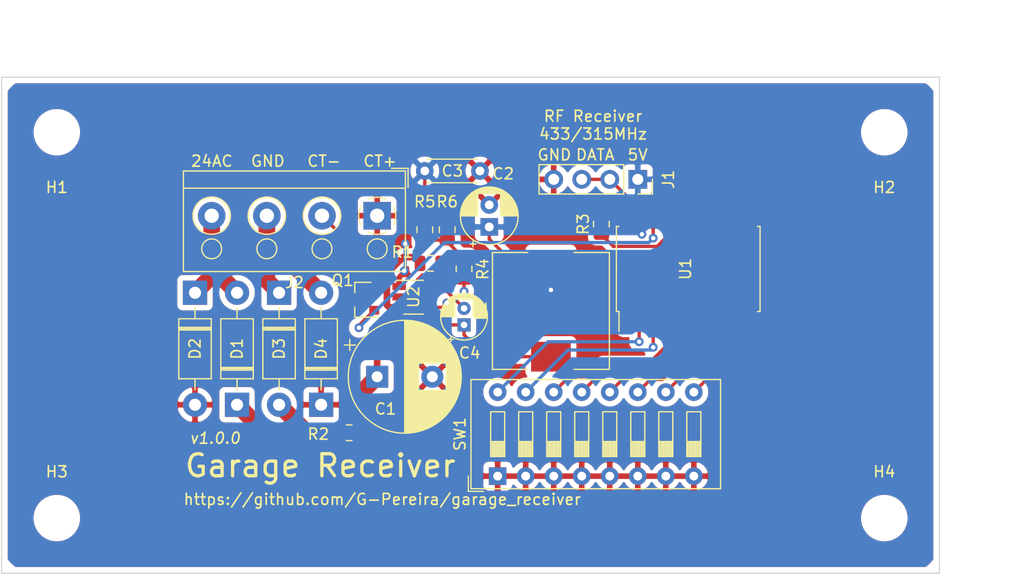
<source format=kicad_pcb>
(kicad_pcb (version 20171130) (host pcbnew 5.1.2)
  (layers (0 F.Cu signal) (31 B.Cu signal) (34 B.Paste user) (35 F.Paste user) (36 B.SilkS user) (37 F.SilkS user) (38 B.Mask user) (39 F.Mask user) (44 Edge.Cuts user))
  (net 0 "")
  (net 1 GND)
  (net 2 +12V)
  (net 3 +5V)
  (net 4 "Net-(C4-Pad2)")
  (net 5 "Net-(C4-Pad1)")
  (net 6 VAC)
  (net 7 "Net-(D1-Pad1)")
  (net 8 GNDPWR)
  (net 9 /rf_data)
  (net 10 /door_control1)
  (net 11 /open)
  (net 12 "Net-(R1-Pad2)")
  (net 13 "Net-(R3-Pad2)")
  (net 14 "Net-(R3-Pad1)")
  (net 15 "Net-(R4-Pad2)")
  (net 16 "Net-(R4-Pad1)")
  (net 17 "Net-(SW1-Pad16)")
  (net 18 "Net-(SW1-Pad15)")
  (net 19 "Net-(SW1-Pad14)")
  (net 20 "Net-(SW1-Pad13)")
  (net 21 "Net-(SW1-Pad12)")
  (net 22 "Net-(SW1-Pad11)")
  (net 23 "Net-(SW1-Pad10)")
  (net 24 "Net-(SW1-Pad9)")
  (net 25 "Net-(U1-Pad20)")
  (net 26 "Net-(U1-Pad14)")
  (net 27 "Net-(U1-Pad13)")
  (net 28 "Net-(U1-Pad12)")
  (net 29 "Net-(U1-Pad11)")
  (net 30 "Net-(U1-Pad1)")
  (module MountingHole:MountingHole_3.2mm_M3 (layer F.Cu) (at 253.482 117.216)
    (fp_text reference H4 (at 0 -4.2) (layer F.SilkS))
    (fp_text value MountingHole)
    (pad 1 np_thru_hole circle (at 0 0) (size 3.2 3.2) (drill 3.2) (layers *.Cu *.Mask))
  )
  (module MountingHole:MountingHole_3.2mm_M3 (layer F.Cu) (at 178.482 117.216)
    (fp_text reference H3 (at 0 -4.2) (layer F.SilkS))
    (fp_text value MountingHole)
    (pad 1 np_thru_hole circle (at 0 0) (size 3.2 3.2) (drill 3.2) (layers *.Cu *.Mask))
  )
  (module MountingHole:MountingHole_3.2mm_M3 (layer F.Cu) (at 253.482 82.216)
    (fp_text reference H2 (at 0 5) (layer F.SilkS))
    (fp_text value MountingHole)
    (pad 1 np_thru_hole circle (at 0 0) (size 3.2 3.2) (drill 3.2) (layers *.Cu *.Mask))
  )
  (module MountingHole:MountingHole_3.2mm_M3 (layer F.Cu) (at 178.482 82.216)
    (fp_text reference H1 (at 0 5) (layer F.SilkS))
    (fp_text value MountingHole)
    (pad 1 np_thru_hole circle (at 0 0) (size 3.2 3.2) (drill 3.2) (layers *.Cu *.Mask))
  )
  (module Resistor_SMD:R_0805_2012Metric (layer F.Cu) (at 212.344 94.107)
    (fp_text reference R1 (at -2.54 -1.016) (layer F.SilkS))
    (fp_text value 100k)
    (pad 2 smd roundrect (at 0.9375 0) (size 0.975 1.4) (layers F.Cu F.Paste F.Mask) (net 12 "Net-(R1-Pad2)"))
    (pad 1 smd roundrect (at -0.9375 0) (size 0.975 1.4) (layers F.Cu F.Paste F.Mask) (net 2 +12V))
  )
  (module Diode_THT:D_DO-41_SOD81_P10.16mm_Horizontal (layer F.Cu) (at 202.438 106.934 90)
    (fp_text reference D4 (at 5.08 0 90) (layer F.SilkS))
    (fp_text value 1N4007)
    (pad 2 thru_hole oval (at 10.16 0 90) (size 2.2 2.2) (drill 1.1) (layers *.Cu *.Mask) (net 8 GNDPWR))
    (pad 1 thru_hole rect (at 0 0 90) (size 2.2 2.2) (drill 1.1) (layers *.Cu *.Mask) (net 1 GND))
  )
  (module Package_SO:SOIC-20W_7.5x12.8mm_P1.27mm (layer F.Cu) (at 235.712 94.615 90)
    (fp_text reference U1 (at 0 -0.254 90) (layer F.SilkS))
    (fp_text value HT12D)
    (pad 20 smd roundrect (at 4.65 -5.715 90) (size 2.05 0.6) (layers F.Cu F.Paste F.Mask) (net 25 "Net-(U1-Pad20)"))
    (pad 19 smd roundrect (at 4.65 -4.445 90) (size 2.05 0.6) (layers F.Cu F.Paste F.Mask) (net 3 +5V))
    (pad 18 smd roundrect (at 4.65 -3.175 90) (size 2.05 0.6) (layers F.Cu F.Paste F.Mask) (net 11 /open))
    (pad 17 smd roundrect (at 4.65 -1.905 90) (size 2.05 0.6) (layers F.Cu F.Paste F.Mask) (net 14 "Net-(R3-Pad1)"))
    (pad 16 smd roundrect (at 4.65 -0.635 90) (size 2.05 0.6) (layers F.Cu F.Paste F.Mask) (net 13 "Net-(R3-Pad2)"))
    (pad 15 smd roundrect (at 4.65 0.635 90) (size 2.05 0.6) (layers F.Cu F.Paste F.Mask) (net 9 /rf_data))
    (pad 14 smd roundrect (at 4.65 1.905 90) (size 2.05 0.6) (layers F.Cu F.Paste F.Mask) (net 26 "Net-(U1-Pad14)"))
    (pad 13 smd roundrect (at 4.65 3.175 90) (size 2.05 0.6) (layers F.Cu F.Paste F.Mask) (net 27 "Net-(U1-Pad13)"))
    (pad 12 smd roundrect (at 4.65 4.445 90) (size 2.05 0.6) (layers F.Cu F.Paste F.Mask) (net 28 "Net-(U1-Pad12)"))
    (pad 11 smd roundrect (at 4.65 5.715 90) (size 2.05 0.6) (layers F.Cu F.Paste F.Mask) (net 29 "Net-(U1-Pad11)"))
    (pad 10 smd roundrect (at -4.65 5.715 90) (size 2.05 0.6) (layers F.Cu F.Paste F.Mask) (net 1 GND))
    (pad 9 smd roundrect (at -4.65 4.445 90) (size 2.05 0.6) (layers F.Cu F.Paste F.Mask) (net 24 "Net-(SW1-Pad9)"))
    (pad 8 smd roundrect (at -4.65 3.175 90) (size 2.05 0.6) (layers F.Cu F.Paste F.Mask) (net 23 "Net-(SW1-Pad10)"))
    (pad 7 smd roundrect (at -4.65 1.905 90) (size 2.05 0.6) (layers F.Cu F.Paste F.Mask) (net 22 "Net-(SW1-Pad11)"))
    (pad 6 smd roundrect (at -4.65 0.635 90) (size 2.05 0.6) (layers F.Cu F.Paste F.Mask) (net 21 "Net-(SW1-Pad12)"))
    (pad 5 smd roundrect (at -4.65 -0.635 90) (size 2.05 0.6) (layers F.Cu F.Paste F.Mask) (net 20 "Net-(SW1-Pad13)"))
    (pad 4 smd roundrect (at -4.65 -1.905 90) (size 2.05 0.6) (layers F.Cu F.Paste F.Mask) (net 19 "Net-(SW1-Pad14)"))
    (pad 3 smd roundrect (at -4.65 -3.175 90) (size 2.05 0.6) (layers F.Cu F.Paste F.Mask) (net 18 "Net-(SW1-Pad15)"))
    (pad 2 smd roundrect (at -4.65 -4.445 90) (size 2.05 0.6) (layers F.Cu F.Paste F.Mask) (net 17 "Net-(SW1-Pad16)"))
    (pad 1 smd roundrect (at -4.65 -5.715 90) (size 2.05 0.6) (layers F.Cu F.Paste F.Mask) (net 30 "Net-(U1-Pad1)"))
  )
  (module Resistor_SMD:R_0805_2012Metric (layer F.Cu) (at 215.392 94.615 270)
    (fp_text reference R4 (at 0.0254 -1.7018 90) (layer F.SilkS))
    (fp_text value 100k)
    (pad 2 smd roundrect (at 0.9375 0 270) (size 0.975 1.4) (layers F.Cu F.Paste F.Mask) (net 15 "Net-(R4-Pad2)"))
    (pad 1 smd roundrect (at -0.9375 0 270) (size 0.975 1.4) (layers F.Cu F.Paste F.Mask) (net 16 "Net-(R4-Pad1)"))
  )
  (module Package_TO_SOT_SMD:TSOT-23-6 (layer F.Cu) (at 210.82 97.155)
    (fp_text reference U2 (at 0 0 90) (layer F.SilkS))
    (fp_text value MP1470)
    (pad 6 smd rect (at 1.31 -0.95) (size 1.22 0.65) (layers F.Cu F.Paste F.Mask) (net 4 "Net-(C4-Pad2)"))
    (pad 5 smd rect (at 1.31 0) (size 1.22 0.65) (layers F.Cu F.Paste F.Mask) (net 12 "Net-(R1-Pad2)"))
    (pad 4 smd rect (at 1.31 0.95) (size 1.22 0.65) (layers F.Cu F.Paste F.Mask) (net 15 "Net-(R4-Pad2)"))
    (pad 3 smd rect (at -1.31 0.95) (size 1.22 0.65) (layers F.Cu F.Paste F.Mask) (net 2 +12V))
    (pad 2 smd rect (at -1.31 0) (size 1.22 0.65) (layers F.Cu F.Paste F.Mask) (net 5 "Net-(C4-Pad1)"))
    (pad 1 smd rect (at -1.31 -0.95) (size 1.22 0.65) (layers F.Cu F.Paste F.Mask) (net 1 GND))
  )
  (module Capacitor_THT:CP_Radial_D10.0mm_P5.00mm (layer F.Cu) (at 207.518 104.394)
    (fp_text reference C1 (at 0.762 2.921) (layer F.SilkS))
    (fp_text value 470u)
    (pad 1 thru_hole rect (at 0 0) (size 2 2) (drill 1) (layers *.Cu *.Mask) (net 2 +12V))
    (pad 2 thru_hole circle (at 5 0) (size 2 2) (drill 1) (layers *.Cu *.Mask) (net 1 GND))
  )
  (module Resistor_SMD:R_0805_2012Metric (layer F.Cu) (at 211.836 91.059 270)
    (fp_text reference R5 (at -2.54 0 180) (layer F.SilkS))
    (fp_text value 10k)
    (pad 2 smd roundrect (at 0.9375 0 270) (size 0.975 1.4) (layers F.Cu F.Paste F.Mask) (net 16 "Net-(R4-Pad1)"))
    (pad 1 smd roundrect (at -0.9375 0 270) (size 0.975 1.4) (layers F.Cu F.Paste F.Mask) (net 3 +5V))
  )
  (module Connector_PinSocket_2.54mm:PinSocket_1x04_P2.54mm_Vertical (layer F.Cu) (at 231.14 86.487 270)
    (fp_text reference J1 (at 0 -2.77 90) (layer F.SilkS))
    (fp_text value Conn_01x04_Female)
    (pad 4 thru_hole oval (at 0 7.62 270) (size 1.7 1.7) (drill 1) (layers *.Cu *.Mask) (net 1 GND))
    (pad 3 thru_hole oval (at 0 5.08 270) (size 1.7 1.7) (drill 1) (layers *.Cu *.Mask) (net 9 /rf_data))
    (pad 2 thru_hole oval (at 0 2.54 270) (size 1.7 1.7) (drill 1) (layers *.Cu *.Mask) (net 9 /rf_data))
    (pad 1 thru_hole rect (at 0 0 270) (size 1.7 1.7) (drill 1) (layers *.Cu *.Mask) (net 3 +5V))
  )
  (module Inductor_SMD:L_10.4x10.4_H4.8 (layer F.Cu) (at 223.266 98.425 90)
    (fp_text reference L1 (at 0 -6.35 90) (layer F.SilkS))
    (fp_text value 33u)
    (pad 2 smd rect (at 4.15 0 90) (size 2.7 3.6) (layers F.Cu F.Paste F.Mask) (net 3 +5V))
    (pad 1 smd rect (at -4.15 0 90) (size 2.7 3.6) (layers F.Cu F.Paste F.Mask) (net 5 "Net-(C4-Pad1)"))
  )
  (module Resistor_SMD:R_0805_2012Metric (layer F.Cu) (at 213.868 91.059 270)
    (fp_text reference R6 (at -2.54 0 180) (layer F.SilkS))
    (fp_text value 2k)
    (pad 2 smd roundrect (at 0.9375 0 270) (size 0.975 1.4) (layers F.Cu F.Paste F.Mask) (net 16 "Net-(R4-Pad1)"))
    (pad 1 smd roundrect (at -0.9375 0 270) (size 0.975 1.4) (layers F.Cu F.Paste F.Mask) (net 1 GND))
  )
  (module TerminalBlock_RND:TerminalBlock_RND_205-00003_1x04_P5.00mm_Horizontal (layer F.Cu) (at 207.518 89.789 180)
    (fp_text reference J2 (at 7.5 -6.06) (layer F.SilkS))
    (fp_text value Screw_Terminal_01x04)
    (pad 4 thru_hole circle (at 15 0 180) (size 2.5 2.5) (drill 1.3) (layers *.Cu *.Mask) (net 6 VAC))
    (pad 3 thru_hole circle (at 10 0 180) (size 2.5 2.5) (drill 1.3) (layers *.Cu *.Mask) (net 8 GNDPWR))
    (pad 2 thru_hole circle (at 5 0 180) (size 2.5 2.5) (drill 1.3) (layers *.Cu *.Mask) (net 10 /door_control1))
    (pad 1 thru_hole rect (at 0 0 180) (size 2.5 2.5) (drill 1.3) (layers *.Cu *.Mask) (net 1 GND))
  )
  (module Diode_THT:D_DO-41_SOD81_P10.16mm_Horizontal (layer F.Cu) (at 198.628 96.774 270)
    (fp_text reference D3 (at 5.08 0 90) (layer F.SilkS))
    (fp_text value 1N4007)
    (pad 2 thru_hole oval (at 10.16 0 270) (size 2.2 2.2) (drill 1.1) (layers *.Cu *.Mask) (net 7 "Net-(D1-Pad1)"))
    (pad 1 thru_hole rect (at 0 0 270) (size 2.2 2.2) (drill 1.1) (layers *.Cu *.Mask) (net 8 GNDPWR))
  )
  (module Resistor_SMD:R_0805_2012Metric (layer F.Cu) (at 204.978 109.474 180)
    (fp_text reference R2 (at 2.794 -0.127) (layer F.SilkS))
    (fp_text value 1k)
    (pad 2 smd roundrect (at 0.9375 0 180) (size 0.975 1.4) (layers F.Cu F.Paste F.Mask) (net 7 "Net-(D1-Pad1)"))
    (pad 1 smd roundrect (at -0.9375 0 180) (size 0.975 1.4) (layers F.Cu F.Paste F.Mask) (net 2 +12V))
  )
  (module Button_Switch_THT:SW_DIP_SPSTx08_Slide_9.78x22.5mm_W7.62mm_P2.54mm (layer F.Cu) (at 218.44 113.411 90)
    (fp_text reference SW1 (at 3.81 -3.42 90) (layer F.SilkS))
    (fp_text value SW_DIP_x08)
    (pad 16 thru_hole oval (at 7.62 0 90) (size 1.6 1.6) (drill 0.8) (layers *.Cu *.Mask) (net 17 "Net-(SW1-Pad16)"))
    (pad 8 thru_hole oval (at 0 17.78 90) (size 1.6 1.6) (drill 0.8) (layers *.Cu *.Mask) (net 1 GND))
    (pad 15 thru_hole oval (at 7.62 2.54 90) (size 1.6 1.6) (drill 0.8) (layers *.Cu *.Mask) (net 18 "Net-(SW1-Pad15)"))
    (pad 7 thru_hole oval (at 0 15.24 90) (size 1.6 1.6) (drill 0.8) (layers *.Cu *.Mask) (net 1 GND))
    (pad 14 thru_hole oval (at 7.62 5.08 90) (size 1.6 1.6) (drill 0.8) (layers *.Cu *.Mask) (net 19 "Net-(SW1-Pad14)"))
    (pad 6 thru_hole oval (at 0 12.7 90) (size 1.6 1.6) (drill 0.8) (layers *.Cu *.Mask) (net 1 GND))
    (pad 13 thru_hole oval (at 7.62 7.62 90) (size 1.6 1.6) (drill 0.8) (layers *.Cu *.Mask) (net 20 "Net-(SW1-Pad13)"))
    (pad 5 thru_hole oval (at 0 10.16 90) (size 1.6 1.6) (drill 0.8) (layers *.Cu *.Mask) (net 1 GND))
    (pad 12 thru_hole oval (at 7.62 10.16 90) (size 1.6 1.6) (drill 0.8) (layers *.Cu *.Mask) (net 21 "Net-(SW1-Pad12)"))
    (pad 4 thru_hole oval (at 0 7.62 90) (size 1.6 1.6) (drill 0.8) (layers *.Cu *.Mask) (net 1 GND))
    (pad 11 thru_hole oval (at 7.62 12.7 90) (size 1.6 1.6) (drill 0.8) (layers *.Cu *.Mask) (net 22 "Net-(SW1-Pad11)"))
    (pad 3 thru_hole oval (at 0 5.08 90) (size 1.6 1.6) (drill 0.8) (layers *.Cu *.Mask) (net 1 GND))
    (pad 10 thru_hole oval (at 7.62 15.24 90) (size 1.6 1.6) (drill 0.8) (layers *.Cu *.Mask) (net 23 "Net-(SW1-Pad10)"))
    (pad 2 thru_hole oval (at 0 2.54 90) (size 1.6 1.6) (drill 0.8) (layers *.Cu *.Mask) (net 1 GND))
    (pad 9 thru_hole oval (at 7.62 17.78 90) (size 1.6 1.6) (drill 0.8) (layers *.Cu *.Mask) (net 24 "Net-(SW1-Pad9)"))
    (pad 1 thru_hole rect (at 0 0 90) (size 1.6 1.6) (drill 0.8) (layers *.Cu *.Mask) (net 1 GND))
  )
  (module Capacitor_THT:C_Disc_D4.3mm_W1.9mm_P5.00mm (layer F.Cu) (at 211.836 85.725)
    (fp_text reference C3 (at 2.5 0) (layer F.SilkS))
    (fp_text value 2.2u)
    (pad 2 thru_hole circle (at 5 0) (size 1.6 1.6) (drill 0.8) (layers *.Cu *.Mask) (net 1 GND))
    (pad 1 thru_hole circle (at 0 0) (size 1.6 1.6) (drill 0.8) (layers *.Cu *.Mask) (net 3 +5V))
  )
  (module Package_TO_SOT_SMD:SOT-23 (layer F.Cu) (at 206.248 97.409 180)
    (fp_text reference Q1 (at 1.8542 1.7526 180) (layer F.SilkS))
    (fp_text value 2N7002)
    (pad 3 smd rect (at 1 0 180) (size 0.9 0.8) (layers F.Cu F.Paste F.Mask) (net 10 /door_control1))
    (pad 2 smd rect (at -1 0.95 180) (size 0.9 0.8) (layers F.Cu F.Paste F.Mask) (net 1 GND))
    (pad 1 smd rect (at -1 -0.95 180) (size 0.9 0.8) (layers F.Cu F.Paste F.Mask) (net 11 /open))
  )
  (module Capacitor_THT:CP_Radial_D5.0mm_P2.00mm (layer F.Cu) (at 217.678 90.805 90)
    (fp_text reference C2 (at 4.826 1.27 180) (layer F.SilkS))
    (fp_text value 47u)
    (pad 1 thru_hole rect (at 0 0 90) (size 1.6 1.6) (drill 0.8) (layers *.Cu *.Mask) (net 3 +5V))
    (pad 2 thru_hole circle (at 2 0 90) (size 1.6 1.6) (drill 0.8) (layers *.Cu *.Mask) (net 1 GND))
  )
  (module Diode_THT:D_DO-41_SOD81_P10.16mm_Horizontal (layer F.Cu) (at 191.008 96.774 270)
    (fp_text reference D2 (at 5.08 0 90) (layer F.SilkS))
    (fp_text value 1N4007)
    (pad 2 thru_hole oval (at 10.16 0 270) (size 2.2 2.2) (drill 1.1) (layers *.Cu *.Mask) (net 1 GND))
    (pad 1 thru_hole rect (at 0 0 270) (size 2.2 2.2) (drill 1.1) (layers *.Cu *.Mask) (net 6 VAC))
  )
  (module Diode_THT:D_DO-41_SOD81_P10.16mm_Horizontal (layer F.Cu) (at 194.818 106.934 90)
    (fp_text reference D1 (at 5.08 0 90) (layer F.SilkS))
    (fp_text value 1N4007)
    (pad 2 thru_hole oval (at 10.16 0 90) (size 2.2 2.2) (drill 1.1) (layers *.Cu *.Mask) (net 6 VAC))
    (pad 1 thru_hole rect (at 0 0 90) (size 2.2 2.2) (drill 1.1) (layers *.Cu *.Mask) (net 7 "Net-(D1-Pad1)"))
  )
  (module Resistor_SMD:R_0805_2012Metric (layer F.Cu) (at 227.838 90.551 90)
    (fp_text reference R3 (at 0 -1.65 90) (layer F.SilkS))
    (fp_text value 47k)
    (pad 2 smd roundrect (at 0.9375 0 90) (size 0.975 1.4) (layers F.Cu F.Paste F.Mask) (net 13 "Net-(R3-Pad2)"))
    (pad 1 smd roundrect (at -0.9375 0 90) (size 0.975 1.4) (layers F.Cu F.Paste F.Mask) (net 14 "Net-(R3-Pad1)"))
  )
  (module Capacitor_THT:CP_Radial_D4.0mm_P1.50mm (layer F.Cu) (at 215.392 99.695 90)
    (fp_text reference C4 (at -2.54 0.508 180) (layer F.SilkS))
    (fp_text value 1u)
    (pad 1 thru_hole rect (at 0 0 90) (size 1.2 1.2) (drill 0.6) (layers *.Cu *.Mask) (net 5 "Net-(C4-Pad1)"))
    (pad 2 thru_hole circle (at 1.5 0 90) (size 1.2 1.2) (drill 0.6) (layers *.Cu *.Mask) (net 4 "Net-(C4-Pad2)"))
  )
  (gr_text "Garage Receiver" (at 189.932 112.466) (layer F.SilkS) (effects (font (size 2 2) (thickness 0.3)) (justify left)))
  (gr_text https://github.com/G-Pereira/garage_receiver (at 207.982 115.516) (layer F.SilkS) (effects (font (size 1 1))))
  (gr_text "5V\n" (at 231.132 84.266) (layer F.SilkS) (effects (font (size 1 1))))
  (gr_text DATA (at 227.282 84.266) (layer F.SilkS) (effects (font (size 1 1))))
  (gr_text GND (at 223.582 84.266) (layer F.SilkS) (effects (font (size 1 1))))
  (gr_text "RF Receiver\n433/315MHz" (at 227.082 81.566) (layer F.SilkS) (effects (font (size 1 1))))
  (gr_line (start 173.482 122.216) (end 173.482 77.216) (layer Edge.Cuts) (width 0.1))
  (gr_line (start 258.482 122.216) (end 173.482 122.216) (layer Edge.Cuts) (width 0.1))
  (gr_line (start 258.482 77.216) (end 258.482 122.216) (layer Edge.Cuts) (width 0.1))
  (gr_line (start 173.482 77.216) (end 258.482 77.216) (layer Edge.Cuts) (width 0.1))
  (gr_text v1.0.0 (at 192.832 109.966) (layer F.SilkS) (effects (font (size 1 1) (thickness 0.15) italic)))
  (gr_text CT+ (at 207.772 84.836) (layer F.SilkS) (effects (font (size 1 1))))
  (gr_text CT- (at 202.692 84.836) (layer F.SilkS) (effects (font (size 1 1))))
  (gr_text "24AC\n" (at 192.532 84.836) (layer F.SilkS) (effects (font (size 1 1))))
  (gr_text GND (at 197.612 84.836) (layer F.SilkS) (effects (font (size 1 1))))
  (segment (start 209.51 96.205) (end 209.51 95.245338) (width 0.3) (layer F.Cu) (net 1))
  (segment (start 210.058 92.329) (end 210.058 94.697338) (width 0.3) (layer B.Cu) (net 1))
  (segment (start 209.51 95.245338) (end 209.972169 94.783169) (width 0.3) (layer F.Cu) (net 1))
  (segment (start 210.058 94.697338) (end 209.972169 94.783169) (width 0.3) (layer B.Cu) (net 1))
  (via (at 210.058 92.329) (size 0.8) (drill 0.4) (layers F.Cu B.Cu) (net 1))
  (via (at 209.972169 94.783169) (size 0.8) (drill 0.4) (layers F.Cu B.Cu) (net 1))
  (segment (start 210.850263 93.550763) (end 209.872573 93.550763) (width 0.6) (layer F.Cu) (net 2))
  (segment (start 205.9155 105.9965) (end 207.518 104.394) (width 1.5) (layer F.Cu) (net 2))
  (segment (start 209.872573 93.550763) (end 208.399999 95.023337) (width 0.6) (layer F.Cu) (net 2))
  (segment (start 208.624998 98.105) (end 209.51 98.105) (width 0.6) (layer F.Cu) (net 2))
  (segment (start 207.518 99.812) (end 209.225 98.105) (width 0.6) (layer F.Cu) (net 2))
  (segment (start 208.399999 97.880001) (end 208.624998 98.105) (width 0.6) (layer F.Cu) (net 2))
  (segment (start 205.9155 109.474) (end 205.9155 105.9965) (width 1.5) (layer F.Cu) (net 2))
  (segment (start 208.399999 95.023337) (end 208.399999 97.880001) (width 0.6) (layer F.Cu) (net 2))
  (segment (start 207.518 104.394) (end 207.518 99.812) (width 0.6) (layer F.Cu) (net 2))
  (segment (start 211.4065 94.107) (end 210.850263 93.550763) (width 0.6) (layer F.Cu) (net 2))
  (segment (start 209.225 98.105) (end 209.51 98.105) (width 0.6) (layer F.Cu) (net 2))
  (segment (start 223.266 94.275) (end 220.048 94.275) (width 0.3) (layer F.Cu) (net 3))
  (segment (start 223.266 94.275) (end 223.266 96.52) (width 0.3) (layer F.Cu) (net 3))
  (segment (start 220.048 94.275) (end 217.678 91.905) (width 0.3) (layer F.Cu) (net 3))
  (via (at 223.266 96.52) (size 0.8) (drill 0.4) (layers F.Cu B.Cu) (net 3))
  (segment (start 231.267 89.965) (end 231.267 90.835999) (width 0.3) (layer F.Cu) (net 3))
  (segment (start 217.678 91.905) (end 217.678 90.805) (width 0.3) (layer F.Cu) (net 3))
  (segment (start 211.836 86.85637) (end 211.836 90.1215) (width 0.3) (layer F.Cu) (net 3))
  (via (at 231.512961 91.470999) (size 0.8) (drill 0.4) (layers F.Cu B.Cu) (net 3))
  (segment (start 231.267 89.965) (end 231.267 91.225038) (width 0.3) (layer F.Cu) (net 3))
  (segment (start 231.267 91.225038) (end 231.512961 91.470999) (width 0.3) (layer F.Cu) (net 3))
  (segment (start 211.836 85.725) (end 211.836 86.85637) (width 0.3) (layer F.Cu) (net 3))
  (segment (start 212.13 96.205) (end 213.402 96.205) (width 0.3) (layer F.Cu) (net 4))
  (segment (start 213.402 96.205) (end 215.392 98.195) (width 0.3) (layer F.Cu) (net 4))
  (segment (start 210.470001 97.205001) (end 210.42 97.155) (width 0.3) (layer F.Cu) (net 5))
  (segment (start 210.42 97.155) (end 209.51 97.155) (width 0.3) (layer F.Cu) (net 5))
  (segment (start 212.154998 99.695) (end 210.470001 98.010003) (width 0.3) (layer F.Cu) (net 5))
  (segment (start 215.392 100.595) (end 215.392 99.695) (width 0.3) (layer F.Cu) (net 5))
  (segment (start 223.266 102.575) (end 217.372 102.575) (width 0.3) (layer F.Cu) (net 5))
  (segment (start 217.372 102.575) (end 215.392 100.595) (width 0.3) (layer F.Cu) (net 5))
  (segment (start 210.470001 98.010003) (end 210.470001 97.205001) (width 0.3) (layer F.Cu) (net 5))
  (segment (start 215.392 99.695) (end 212.154998 99.695) (width 0.3) (layer F.Cu) (net 5))
  (segment (start 192.518 89.789) (end 192.518 94.474) (width 1.5) (layer F.Cu) (net 6))
  (segment (start 192.518 89.789) (end 192.518 95.264) (width 1.5) (layer F.Cu) (net 6))
  (segment (start 192.518 95.264) (end 191.008 96.774) (width 1.5) (layer F.Cu) (net 6))
  (segment (start 192.518 94.474) (end 194.818 96.774) (width 1.5) (layer F.Cu) (net 6))
  (segment (start 198.628 106.934) (end 201.168 109.474) (width 1.5) (layer F.Cu) (net 7))
  (segment (start 201.168 109.474) (end 202.438 109.474) (width 1.5) (layer F.Cu) (net 7))
  (segment (start 197.358 109.474) (end 202.438 109.474) (width 1.5) (layer F.Cu) (net 7))
  (segment (start 194.818 106.934) (end 197.358 109.474) (width 1.5) (layer F.Cu) (net 7))
  (segment (start 202.438 109.474) (end 204.0405 109.474) (width 1.5) (layer F.Cu) (net 7))
  (segment (start 197.518 89.789) (end 197.518 95.664) (width 1.5) (layer F.Cu) (net 8))
  (segment (start 197.518 89.789) (end 197.518 91.854) (width 1.5) (layer F.Cu) (net 8))
  (segment (start 197.518 91.854) (end 202.438 96.774) (width 1.5) (layer F.Cu) (net 8))
  (segment (start 197.518 95.664) (end 198.628 96.774) (width 1.5) (layer F.Cu) (net 8))
  (segment (start 228.6 86.487) (end 230.20298 88.08998) (width 0.3) (layer F.Cu) (net 9))
  (segment (start 236.347 88.84) (end 236.347 89.965) (width 0.3) (layer F.Cu) (net 9))
  (segment (start 235.59698 88.08998) (end 236.347 88.84) (width 0.3) (layer F.Cu) (net 9))
  (segment (start 226.06 86.487) (end 228.6 86.487) (width 0.3) (layer F.Cu) (net 9))
  (segment (start 230.20298 88.08998) (end 235.59698 88.08998) (width 0.3) (layer F.Cu) (net 9))
  (segment (start 205.248 92.519) (end 202.518 89.789) (width 0.3) (layer F.Cu) (net 10))
  (segment (start 205.248 97.409) (end 205.248 92.519) (width 0.3) (layer F.Cu) (net 10))
  (segment (start 207.248 90.059) (end 207.518 89.789) (width 0.3) (layer F.Cu) (net 1))
  (segment (start 232.137001 92.220999) (end 213.595001 92.220999) (width 0.3) (layer B.Cu) (net 11))
  (segment (start 205.867 99.949) (end 205.867 99.74) (width 0.3) (layer F.Cu) (net 11))
  (segment (start 205.867 99.74) (end 207.248 98.359) (width 0.3) (layer F.Cu) (net 11))
  (via (at 232.537 91.821) (size 0.8) (drill 0.4) (layers F.Cu B.Cu) (net 11))
  (segment (start 232.537 89.965) (end 232.537 91.821) (width 0.3) (layer F.Cu) (net 11))
  (via (at 205.867 99.949) (size 0.8) (drill 0.4) (layers F.Cu B.Cu) (net 11))
  (segment (start 213.595001 92.220999) (end 205.867 99.949) (width 0.3) (layer B.Cu) (net 11))
  (segment (start 232.537 91.821) (end 232.137001 92.220999) (width 0.3) (layer B.Cu) (net 11))
  (segment (start 211.169999 97.104999) (end 211.22 97.155) (width 0.3) (layer F.Cu) (net 12))
  (segment (start 212.23149 95.15701) (end 211.612988 95.15701) (width 0.3) (layer F.Cu) (net 12))
  (segment (start 211.169999 95.599999) (end 211.169999 97.104999) (width 0.3) (layer F.Cu) (net 12))
  (segment (start 211.22 97.155) (end 212.13 97.155) (width 0.3) (layer F.Cu) (net 12))
  (segment (start 213.2815 94.107) (end 212.23149 95.15701) (width 0.3) (layer F.Cu) (net 12))
  (segment (start 211.612988 95.15701) (end 211.169999 95.599999) (width 0.3) (layer F.Cu) (net 12))
  (segment (start 234.82699 88.58999) (end 235.077 88.84) (width 0.3) (layer F.Cu) (net 13))
  (segment (start 227.838 89.6135) (end 228.86151 88.58999) (width 0.3) (layer F.Cu) (net 13))
  (segment (start 228.86151 88.58999) (end 234.82699 88.58999) (width 0.3) (layer F.Cu) (net 13))
  (segment (start 235.077 88.84) (end 235.077 89.965) (width 0.3) (layer F.Cu) (net 13))
  (segment (start 232.897001 92.571001) (end 233.807 91.661002) (width 0.3) (layer F.Cu) (net 14))
  (segment (start 228.920501 92.571001) (end 232.897001 92.571001) (width 0.3) (layer F.Cu) (net 14))
  (segment (start 227.838 91.4885) (end 228.920501 92.571001) (width 0.3) (layer F.Cu) (net 14))
  (segment (start 233.807 91.09) (end 233.807 89.965) (width 0.3) (layer F.Cu) (net 14))
  (segment (start 233.807 91.661002) (end 233.807 91.09) (width 0.3) (layer F.Cu) (net 14))
  (segment (start 215.392 96.647) (end 215.392 95.5525) (width 0.3) (layer F.Cu) (net 15))
  (segment (start 212.13 98.105) (end 213.426 98.105) (width 0.3) (layer F.Cu) (net 15))
  (via (at 215.392 96.647) (size 0.8) (drill 0.4) (layers F.Cu B.Cu) (net 15))
  (segment (start 213.426 98.105) (end 213.833669 97.697331) (width 0.3) (layer F.Cu) (net 15))
  (segment (start 213.833669 97.697331) (end 214.341669 97.697331) (width 0.3) (layer B.Cu) (net 15))
  (segment (start 214.341669 97.697331) (end 215.392 96.647) (width 0.3) (layer B.Cu) (net 15))
  (via (at 213.833669 97.697331) (size 0.8) (drill 0.4) (layers F.Cu B.Cu) (net 15))
  (segment (start 211.836 91.9965) (end 213.868 91.9965) (width 0.3) (layer F.Cu) (net 16))
  (segment (start 213.868 91.9965) (end 213.868 92.1535) (width 0.3) (layer F.Cu) (net 16))
  (segment (start 213.868 92.1535) (end 215.392 93.6775) (width 0.3) (layer F.Cu) (net 16))
  (segment (start 218.44 105.791) (end 223.012 101.219) (width 0.3) (layer B.Cu) (net 17))
  (via (at 231.267 101.219) (size 0.8) (drill 0.4) (layers F.Cu B.Cu) (net 17))
  (segment (start 231.267 100.33) (end 231.267 99.265) (width 0.3) (layer F.Cu) (net 17))
  (segment (start 231.267 101.219) (end 231.267 99.265) (width 0.3) (layer F.Cu) (net 17))
  (segment (start 223.012 101.219) (end 231.267 101.219) (width 0.3) (layer B.Cu) (net 17))
  (segment (start 232.293098 101.969) (end 232.536049 101.726049) (width 0.3) (layer B.Cu) (net 18))
  (segment (start 220.98 105.791) (end 224.802 101.969) (width 0.3) (layer B.Cu) (net 18))
  (segment (start 224.802 101.969) (end 232.293098 101.969) (width 0.3) (layer B.Cu) (net 18))
  (segment (start 232.537 100.39) (end 232.537 99.265) (width 0.3) (layer F.Cu) (net 18))
  (segment (start 232.536049 101.726049) (end 232.536049 99.265951) (width 0.3) (layer F.Cu) (net 18))
  (segment (start 232.536049 99.265951) (end 232.537 99.265) (width 0.3) (layer F.Cu) (net 18))
  (via (at 232.536049 101.726049) (size 0.8) (drill 0.4) (layers F.Cu B.Cu) (net 18))
  (segment (start 223.52 105.791) (end 224.917 104.394) (width 0.3) (layer F.Cu) (net 19))
  (segment (start 226.74988 104.394) (end 228.002909 103.140971) (width 0.3) (layer F.Cu) (net 19))
  (segment (start 224.917 104.394) (end 226.74988 104.394) (width 0.3) (layer F.Cu) (net 19))
  (segment (start 232.181789 103.140971) (end 233.807 101.51576) (width 0.3) (layer F.Cu) (net 19))
  (segment (start 228.002909 103.140971) (end 232.181789 103.140971) (width 0.3) (layer F.Cu) (net 19))
  (segment (start 233.807 101.51576) (end 233.807 99.265) (width 0.3) (layer F.Cu) (net 19))
  (segment (start 235.077 100.95288) (end 235.077 99.265) (width 0.3) (layer F.Cu) (net 20))
  (segment (start 228.210019 103.640981) (end 232.388899 103.640981) (width 0.3) (layer F.Cu) (net 20))
  (segment (start 232.388899 103.640981) (end 235.077 100.95288) (width 0.3) (layer F.Cu) (net 20))
  (segment (start 226.06 105.791) (end 228.210019 103.640981) (width 0.3) (layer F.Cu) (net 20))
  (segment (start 236.347 100.39) (end 236.347 99.265) (width 0.3) (layer F.Cu) (net 21))
  (segment (start 228.6 105.791) (end 230.250011 104.140989) (width 0.3) (layer F.Cu) (net 21))
  (segment (start 230.250011 104.140989) (end 232.596011 104.140989) (width 0.3) (layer F.Cu) (net 21))
  (segment (start 232.596011 104.140989) (end 236.347 100.39) (width 0.3) (layer F.Cu) (net 21))
  (segment (start 231.14 105.791) (end 232.290001 104.640999) (width 0.3) (layer F.Cu) (net 22))
  (segment (start 233.366001 104.640999) (end 237.617 100.39) (width 0.3) (layer F.Cu) (net 22))
  (segment (start 237.617 100.39) (end 237.617 99.265) (width 0.3) (layer F.Cu) (net 22))
  (segment (start 232.290001 104.640999) (end 233.366001 104.640999) (width 0.3) (layer F.Cu) (net 22))
  (segment (start 238.887 100.584) (end 238.887 99.265) (width 0.3) (layer F.Cu) (net 23))
  (segment (start 233.68 105.791) (end 238.887 100.584) (width 0.3) (layer F.Cu) (net 23))
  (segment (start 236.22 105.791) (end 240.157 101.854) (width 0.3) (layer F.Cu) (net 24))
  (segment (start 240.157 101.854) (end 240.157 99.265) (width 0.3) (layer F.Cu) (net 24))
  (zone (net 3) (net_name +5V) (layer B.Cu) (connect_pads (clearance 0.508)) (min_thickness 0.254) (fill yes (arc_segments 32) (thermal_gap 0.508) (thermal_bridge_width 0.508) (smoothing fillet) (radius 3))
    (polygon (pts (xy 258.482 122.216) (xy 173.482 122.216) (xy 173.482 77.216) (xy 258.482 77.216)))
  )
  (zone (net 1) (net_name GND) (layer F.Cu) (connect_pads (clearance 0.508)) (min_thickness 0.254) (fill yes (arc_segments 32) (thermal_gap 0.508) (thermal_bridge_width 0.508) (smoothing fillet) (radius 3))
    (polygon (pts (xy 258.482 122.216) (xy 173.482 122.216) (xy 173.482 77.216) (xy 258.482 77.216)))
  )
)
</source>
